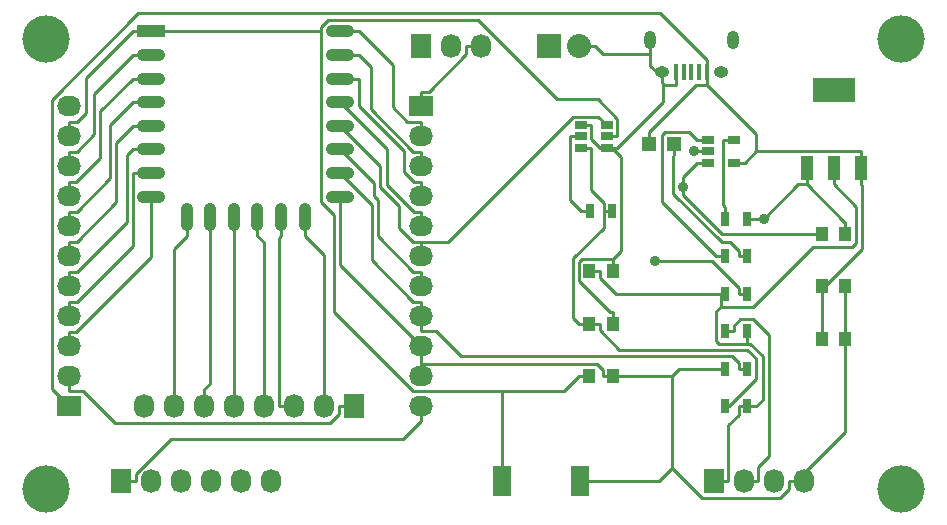
<source format=gbr>
G04 #@! TF.FileFunction,Copper,L1,Top,Signal*
%FSLAX46Y46*%
G04 Gerber Fmt 4.6, Leading zero omitted, Abs format (unit mm)*
G04 Created by KiCad (PCBNEW (2015-03-05 BZR 5481)-product) date Monday, 13 July 2015 02:26:57 pm*
%MOMM*%
G01*
G04 APERTURE LIST*
%ADD10C,0.100000*%
%ADD11R,2.032000X1.727200*%
%ADD12O,2.032000X1.727200*%
%ADD13R,1.727200X2.032000*%
%ADD14O,1.727200X2.032000*%
%ADD15R,1.060000X0.650000*%
%ADD16O,1.100000X2.400000*%
%ADD17R,2.400000X1.100000*%
%ADD18O,2.400000X1.100000*%
%ADD19R,3.657600X2.032000*%
%ADD20R,1.016000X2.032000*%
%ADD21R,0.400000X1.350000*%
%ADD22O,1.250000X0.950000*%
%ADD23O,1.000000X1.550000*%
%ADD24R,2.032000X2.032000*%
%ADD25O,2.032000X2.032000*%
%ADD26R,1.198880X1.198880*%
%ADD27C,4.000000*%
%ADD28R,1.000000X1.250000*%
%ADD29R,0.700000X1.300000*%
%ADD30R,1.524000X2.540000*%
%ADD31C,0.889000*%
%ADD32C,0.254000*%
G04 APERTURE END LIST*
D10*
D11*
X52705000Y-29210000D03*
D12*
X52705000Y-31750000D03*
X52705000Y-34290000D03*
X52705000Y-36830000D03*
X52705000Y-39370000D03*
X52705000Y-41910000D03*
X52705000Y-44450000D03*
X52705000Y-46990000D03*
X52705000Y-49530000D03*
X52705000Y-52070000D03*
X52705000Y-54610000D03*
D11*
X22860000Y-54610000D03*
D12*
X22860000Y-52070000D03*
X22860000Y-49530000D03*
X22860000Y-46990000D03*
X22860000Y-44450000D03*
X22860000Y-41910000D03*
X22860000Y-39370000D03*
X22860000Y-36830000D03*
X22860000Y-34290000D03*
X22860000Y-31750000D03*
X22860000Y-29210000D03*
D13*
X46990000Y-54610000D03*
D14*
X44450000Y-54610000D03*
X41910000Y-54610000D03*
X39370000Y-54610000D03*
X36830000Y-54610000D03*
X34290000Y-54610000D03*
X31750000Y-54610000D03*
X29210000Y-54610000D03*
D13*
X52705000Y-24130000D03*
D14*
X55245000Y-24130000D03*
X57785000Y-24130000D03*
D15*
X66210000Y-30800000D03*
X66210000Y-31750000D03*
X66210000Y-32700000D03*
X68410000Y-32700000D03*
X68410000Y-30800000D03*
X68410000Y-31750000D03*
D16*
X32835000Y-38610000D03*
X34835000Y-38610000D03*
X36835000Y-38610000D03*
X38835000Y-38610000D03*
X40835000Y-38610000D03*
X42835000Y-38610000D03*
D17*
X29845000Y-22860000D03*
D18*
X29845000Y-24860000D03*
X29845000Y-26860000D03*
X29845000Y-28860000D03*
X29845000Y-30860000D03*
X29845000Y-32860000D03*
X29845000Y-34860000D03*
X29845000Y-36860000D03*
X45845000Y-36860000D03*
X45845000Y-34860000D03*
X45845000Y-32860000D03*
X45845000Y-30860000D03*
X45845000Y-28860000D03*
X45845000Y-26860000D03*
X45845000Y-24860000D03*
X45845000Y-22860000D03*
D19*
X87630000Y-27813000D03*
D20*
X87630000Y-34417000D03*
X89916000Y-34417000D03*
X85344000Y-34417000D03*
D13*
X77470000Y-60960000D03*
D14*
X80010000Y-60960000D03*
X82550000Y-60960000D03*
X85090000Y-60960000D03*
D15*
X77005000Y-32070000D03*
X77005000Y-33020000D03*
X77005000Y-33970000D03*
X79205000Y-33970000D03*
X79205000Y-32070000D03*
D21*
X76865900Y-26327540D03*
X76215900Y-26327540D03*
X75565900Y-26327540D03*
X74915900Y-26327540D03*
X74265900Y-26327540D03*
D22*
X78065900Y-26327540D03*
X73065900Y-26327540D03*
D23*
X79065900Y-23627540D03*
X72065900Y-23627540D03*
D24*
X63500000Y-24130000D03*
D25*
X66040000Y-24130000D03*
D26*
X74074020Y-32385000D03*
X71975980Y-32385000D03*
D13*
X27305000Y-60960000D03*
D14*
X29845000Y-60960000D03*
X32385000Y-60960000D03*
X34925000Y-60960000D03*
X37465000Y-60960000D03*
X40005000Y-60960000D03*
D27*
X20955000Y-23495000D03*
X93345000Y-23495000D03*
X93345000Y-61595000D03*
X20955000Y-61595000D03*
D28*
X66945000Y-47625000D03*
X68945000Y-47625000D03*
X66945000Y-52070000D03*
X68945000Y-52070000D03*
X86630000Y-48895000D03*
X88630000Y-48895000D03*
X66945000Y-43180000D03*
X68945000Y-43180000D03*
X86630000Y-44450000D03*
X88630000Y-44450000D03*
X86630000Y-40005000D03*
X88630000Y-40005000D03*
D29*
X78425000Y-54610000D03*
X80325000Y-54610000D03*
X66995000Y-38100000D03*
X68895000Y-38100000D03*
X78425000Y-51435000D03*
X80325000Y-51435000D03*
X78425000Y-45085000D03*
X80325000Y-45085000D03*
X78425000Y-48260000D03*
X80325000Y-48260000D03*
X78425000Y-38735000D03*
X80325000Y-38735000D03*
X78425000Y-41910000D03*
X80325000Y-41910000D03*
D30*
X66165000Y-60960000D03*
X59565000Y-60960000D03*
D31*
X75775300Y-33020000D03*
X81727900Y-38735000D03*
X72500000Y-42326300D03*
X74893800Y-35996800D03*
D32*
X67121300Y-36326300D02*
X67121300Y-32700000D01*
X68163700Y-37368700D02*
X67121300Y-36326300D01*
X68163700Y-38100000D02*
X68163700Y-37368700D01*
X66210000Y-32700000D02*
X67121300Y-32700000D01*
X68895000Y-38100000D02*
X68163700Y-38100000D01*
X66945000Y-47625000D02*
X66063700Y-47625000D01*
X66945000Y-47625000D02*
X67826300Y-47625000D01*
X78761800Y-54610000D02*
X78425000Y-54610000D01*
X81056400Y-52315400D02*
X78761800Y-54610000D01*
X81056400Y-50550800D02*
X81056400Y-52315400D01*
X80305400Y-49799800D02*
X81056400Y-50550800D01*
X69450300Y-49799800D02*
X80305400Y-49799800D01*
X67826300Y-48175800D02*
X69450300Y-49799800D01*
X67826300Y-47625000D02*
X67826300Y-48175800D01*
X65555400Y-47116700D02*
X66063700Y-47625000D01*
X65555400Y-42081600D02*
X65555400Y-47116700D01*
X68163700Y-39473300D02*
X65555400Y-42081600D01*
X68163700Y-38100000D02*
X68163700Y-39473300D01*
X66165000Y-60960000D02*
X67308300Y-60960000D01*
X74265900Y-26327500D02*
X74265900Y-27383800D01*
X88630000Y-44450000D02*
X88630000Y-48895000D01*
X67865800Y-32700000D02*
X68410000Y-32700000D01*
X67121300Y-31955500D02*
X67865800Y-32700000D01*
X67121300Y-30800000D02*
X67121300Y-31955500D01*
X27305000Y-60960000D02*
X28549900Y-60960000D01*
X52705000Y-54610000D02*
X52705000Y-55854900D01*
X51162900Y-57397000D02*
X52705000Y-55854900D01*
X31490500Y-57397000D02*
X51162900Y-57397000D01*
X28549900Y-60337600D02*
X31490500Y-57397000D01*
X28549900Y-60960000D02*
X28549900Y-60337600D01*
X66210000Y-30800000D02*
X67121300Y-30800000D01*
X45845000Y-42670000D02*
X52705000Y-49530000D01*
X45845000Y-36860000D02*
X45845000Y-42670000D01*
X68945000Y-52070000D02*
X69826300Y-52070000D01*
X68091100Y-24783800D02*
X72065900Y-24783800D01*
X67437300Y-24130000D02*
X68091100Y-24783800D01*
X72065900Y-23627500D02*
X72065900Y-24783800D01*
X66040000Y-24130000D02*
X67437300Y-24130000D01*
X52705000Y-52070000D02*
X52705000Y-51447500D01*
X68063700Y-51519200D02*
X68063700Y-52070000D01*
X67608100Y-51063600D02*
X68063700Y-51519200D01*
X52705000Y-51063600D02*
X67608100Y-51063600D01*
X52705000Y-51447500D02*
X52705000Y-51063600D01*
X52705000Y-51063600D02*
X52705000Y-49530000D01*
X77005000Y-33020000D02*
X76093700Y-33020000D01*
X76093700Y-33020000D02*
X75775300Y-33020000D01*
X81727900Y-38735000D02*
X80325000Y-38735000D01*
X84648600Y-35814300D02*
X85344000Y-35814300D01*
X81727900Y-38735000D02*
X84648600Y-35814300D01*
X85344000Y-34417000D02*
X85344000Y-35814300D01*
X88528400Y-38998700D02*
X85344000Y-35814300D01*
X88630000Y-38998700D02*
X88528400Y-38998700D01*
X88630000Y-40005000D02*
X88630000Y-38998700D01*
X53327400Y-27965100D02*
X52705000Y-27965100D01*
X56540100Y-24752400D02*
X53327400Y-27965100D01*
X56540100Y-24130000D02*
X56540100Y-24752400D01*
X57785000Y-24130000D02*
X56540100Y-24130000D01*
X52705000Y-29210000D02*
X52705000Y-27965100D01*
X68945000Y-52070000D02*
X68063700Y-52070000D01*
X73925700Y-52070000D02*
X69826300Y-52070000D01*
X74560700Y-51435000D02*
X73925700Y-52070000D01*
X78425000Y-51435000D02*
X74560700Y-51435000D01*
X73065900Y-26327500D02*
X73065900Y-26755600D01*
X73065900Y-26755600D02*
X73065900Y-27183800D01*
X72065900Y-25755600D02*
X72065900Y-24783800D01*
X73065900Y-26755600D02*
X72065900Y-25755600D01*
X73165900Y-27383800D02*
X74265900Y-27383800D01*
X73165900Y-27283800D02*
X73165900Y-27383800D01*
X73065900Y-27183800D02*
X73165900Y-27283800D01*
X73165900Y-28855400D02*
X69321300Y-32700000D01*
X73165900Y-27383800D02*
X73165900Y-28855400D01*
X72801000Y-60960000D02*
X67308300Y-60960000D01*
X73925700Y-59835300D02*
X72801000Y-60960000D01*
X73925700Y-52070000D02*
X73925700Y-59835300D01*
X83845100Y-61582400D02*
X83845100Y-60960000D01*
X83053600Y-62373900D02*
X83845100Y-61582400D01*
X76464300Y-62373900D02*
X83053600Y-62373900D01*
X73925700Y-59835300D02*
X76464300Y-62373900D01*
X85090000Y-60960000D02*
X84467600Y-60960000D01*
X84467600Y-60960000D02*
X83845100Y-60960000D01*
X88630000Y-56797600D02*
X88630000Y-48895000D01*
X84467600Y-60960000D02*
X88630000Y-56797600D01*
X68410000Y-32700000D02*
X68869600Y-32700000D01*
X68869600Y-32700000D02*
X69321300Y-32700000D01*
X68945000Y-43180000D02*
X68945000Y-42173700D01*
X68945000Y-47625000D02*
X68945000Y-46618700D01*
X69626400Y-41492300D02*
X68945000Y-42173700D01*
X69626400Y-33456800D02*
X69626400Y-41492300D01*
X68869600Y-32700000D02*
X69626400Y-33456800D01*
X68719600Y-46618700D02*
X68945000Y-46618700D01*
X66063700Y-43962800D02*
X68719600Y-46618700D01*
X66063700Y-42390900D02*
X66063700Y-43962800D01*
X66280900Y-42173700D02*
X66063700Y-42390900D01*
X68945000Y-42173700D02*
X66280900Y-42173700D01*
X68410000Y-31750000D02*
X69321300Y-31750000D01*
X23528200Y-30505100D02*
X22860000Y-30505100D01*
X24302800Y-29730500D02*
X23528200Y-30505100D01*
X24302800Y-26820900D02*
X24302800Y-29730500D01*
X28263700Y-22860000D02*
X24302800Y-26820900D01*
X29845000Y-22860000D02*
X28263700Y-22860000D01*
X22860000Y-31750000D02*
X22860000Y-30505100D01*
X29845000Y-22860000D02*
X31426300Y-22860000D01*
X59565000Y-60960000D02*
X59565000Y-59308700D01*
X66945000Y-52070000D02*
X66063700Y-52070000D01*
X31426300Y-22860000D02*
X44260000Y-22860000D01*
X69321300Y-30263000D02*
X69321300Y-31750000D01*
X67654200Y-28595900D02*
X69321300Y-30263000D01*
X64212500Y-28595900D02*
X67654200Y-28595900D01*
X57511900Y-21895300D02*
X64212500Y-28595900D01*
X44842100Y-21895300D02*
X57511900Y-21895300D01*
X44260000Y-22477400D02*
X44842100Y-21895300D01*
X44260000Y-22860000D02*
X44260000Y-22477400D01*
X59565000Y-59308700D02*
X59565000Y-53340000D01*
X64793700Y-53340000D02*
X59565000Y-53340000D01*
X66063700Y-52070000D02*
X64793700Y-53340000D01*
X44260000Y-37307900D02*
X44260000Y-22860000D01*
X45327300Y-38375200D02*
X44260000Y-37307900D01*
X45327300Y-46624900D02*
X45327300Y-38375200D01*
X52042400Y-53340000D02*
X45327300Y-46624900D01*
X59565000Y-53340000D02*
X52042400Y-53340000D01*
X76865900Y-26327500D02*
X76865900Y-25271200D01*
X21415800Y-53165800D02*
X22860000Y-54610000D01*
X21415800Y-28665000D02*
X21415800Y-53165800D01*
X28739300Y-21341500D02*
X21415800Y-28665000D01*
X72936200Y-21341500D02*
X28739300Y-21341500D01*
X76865900Y-25271200D02*
X72936200Y-21341500D01*
X89916000Y-34417000D02*
X89916000Y-33019700D01*
X79205000Y-33970000D02*
X80116300Y-33970000D01*
X89916000Y-34417000D02*
X89916000Y-35814300D01*
X90026800Y-35925100D02*
X89916000Y-35814300D01*
X90026800Y-41309200D02*
X90026800Y-35925100D01*
X86630000Y-44706000D02*
X90026800Y-41309200D01*
X86630000Y-45132500D02*
X86630000Y-44706000D01*
X86630000Y-44450000D02*
X86630000Y-45132500D01*
X86630000Y-45132500D02*
X86630000Y-48895000D01*
X76865900Y-26327500D02*
X76865900Y-27383800D01*
X75996500Y-27383800D02*
X76865900Y-27383800D01*
X71976000Y-31404300D02*
X75996500Y-27383800D01*
X71976000Y-32385000D02*
X71976000Y-31404300D01*
X81066600Y-31584500D02*
X76865900Y-27383800D01*
X81066600Y-33019700D02*
X81066600Y-31584500D01*
X89916000Y-33019700D02*
X81066600Y-33019700D01*
X81066600Y-33019700D02*
X80116300Y-33970000D01*
X22860000Y-52070000D02*
X22860000Y-53314900D01*
X46990000Y-54610000D02*
X45745100Y-54610000D01*
X24104900Y-53314900D02*
X22860000Y-53314900D01*
X26799200Y-56009200D02*
X24104900Y-53314900D01*
X44968300Y-56009200D02*
X26799200Y-56009200D01*
X45745100Y-55232400D02*
X44968300Y-56009200D01*
X45745100Y-54610000D02*
X45745100Y-55232400D01*
X79593700Y-55341300D02*
X79593700Y-54610000D01*
X78714900Y-56220100D02*
X79593700Y-55341300D01*
X78714900Y-60960000D02*
X78714900Y-56220100D01*
X77470000Y-60960000D02*
X78714900Y-60960000D01*
X80325000Y-54610000D02*
X79593700Y-54610000D01*
X22860000Y-49530000D02*
X22860000Y-48285100D01*
X23482400Y-48285100D02*
X22860000Y-48285100D01*
X29845000Y-41922500D02*
X23482400Y-48285100D01*
X29845000Y-36860000D02*
X29845000Y-41922500D01*
X80325000Y-54610000D02*
X81056300Y-54610000D01*
X78425000Y-45085000D02*
X78059400Y-45085000D01*
X67826300Y-43730800D02*
X67826300Y-43180000D01*
X69180500Y-45085000D02*
X67826300Y-43730800D01*
X78059400Y-45085000D02*
X69180500Y-45085000D01*
X80325000Y-48260000D02*
X80325000Y-49291300D01*
X66945000Y-43180000D02*
X67826300Y-43180000D01*
X80539300Y-49291300D02*
X80325000Y-49291300D01*
X81618500Y-50370500D02*
X80539300Y-49291300D01*
X81618500Y-54047800D02*
X81618500Y-50370500D01*
X81056300Y-54610000D02*
X81618500Y-54047800D01*
X87630000Y-34417000D02*
X87630000Y-35814300D01*
X89511400Y-37695700D02*
X87630000Y-35814300D01*
X89511400Y-40790500D02*
X89511400Y-37695700D01*
X89196300Y-41105600D02*
X89511400Y-40790500D01*
X85861300Y-41105600D02*
X89196300Y-41105600D01*
X80799700Y-46167200D02*
X85861300Y-41105600D01*
X78059400Y-46167200D02*
X80799700Y-46167200D01*
X77693600Y-46533000D02*
X78059400Y-46167200D01*
X77693600Y-49072400D02*
X77693600Y-46533000D01*
X77912500Y-49291300D02*
X77693600Y-49072400D01*
X80325000Y-49291300D02*
X77912500Y-49291300D01*
X78059400Y-46167200D02*
X78059400Y-45085000D01*
X74014900Y-33424800D02*
X74074000Y-33365700D01*
X74014900Y-36595600D02*
X74014900Y-33424800D01*
X78149300Y-40730000D02*
X74014900Y-36595600D01*
X78870800Y-40730000D02*
X78149300Y-40730000D01*
X79593700Y-41452900D02*
X78870800Y-40730000D01*
X79593700Y-41910000D02*
X79593700Y-41452900D01*
X80325000Y-41910000D02*
X79593700Y-41910000D01*
X74074000Y-32385000D02*
X74074000Y-33365700D01*
X48419100Y-25852800D02*
X47426300Y-24860000D01*
X48419100Y-29457400D02*
X48419100Y-25852800D01*
X52006800Y-33045100D02*
X48419100Y-29457400D01*
X52705000Y-33045100D02*
X52006800Y-33045100D01*
X52705000Y-34290000D02*
X52705000Y-33045100D01*
X45845000Y-24860000D02*
X47426300Y-24860000D01*
X50316900Y-25750600D02*
X47426300Y-22860000D01*
X50316900Y-29284100D02*
X50316900Y-25750600D01*
X51537900Y-30505100D02*
X50316900Y-29284100D01*
X52705000Y-30505100D02*
X51537900Y-30505100D01*
X52705000Y-31750000D02*
X52705000Y-30505100D01*
X45845000Y-22860000D02*
X47426300Y-22860000D01*
X52087000Y-35585100D02*
X52705000Y-35585100D01*
X51228700Y-34726800D02*
X52087000Y-35585100D01*
X51228700Y-32986000D02*
X51228700Y-34726800D01*
X47426300Y-29183600D02*
X51228700Y-32986000D01*
X47426300Y-26860000D02*
X47426300Y-29183600D01*
X52705000Y-36830000D02*
X52705000Y-35585100D01*
X45845000Y-26860000D02*
X47426300Y-26860000D01*
X49827000Y-32842000D02*
X45845000Y-28860000D01*
X49827000Y-35869500D02*
X49827000Y-32842000D01*
X52082600Y-38125100D02*
X49827000Y-35869500D01*
X52705000Y-38125100D02*
X52082600Y-38125100D01*
X52705000Y-39370000D02*
X52705000Y-38125100D01*
X81254900Y-59715100D02*
X81254900Y-60960000D01*
X82142400Y-58827600D02*
X81254900Y-59715100D01*
X82142400Y-48529900D02*
X82142400Y-58827600D01*
X80838600Y-47226100D02*
X82142400Y-48529900D01*
X79733100Y-47226100D02*
X80838600Y-47226100D01*
X79156300Y-47802900D02*
X79733100Y-47226100D01*
X79156300Y-48260000D02*
X79156300Y-47802900D01*
X78425000Y-48260000D02*
X79156300Y-48260000D01*
X80010000Y-60960000D02*
X81254900Y-60960000D01*
X52036800Y-40665100D02*
X52705000Y-40665100D01*
X50847100Y-39475400D02*
X52036800Y-40665100D01*
X50847100Y-37677700D02*
X50847100Y-39475400D01*
X49218500Y-36049100D02*
X50847100Y-37677700D01*
X49218500Y-34233500D02*
X49218500Y-36049100D01*
X45845000Y-30860000D02*
X49218500Y-34233500D01*
X52705000Y-41910000D02*
X52705000Y-40665100D01*
X54947200Y-40665100D02*
X52705000Y-40665100D01*
X65518700Y-30093600D02*
X54947200Y-40665100D01*
X67703600Y-30093600D02*
X65518700Y-30093600D01*
X68410000Y-30800000D02*
X67703600Y-30093600D01*
X52705000Y-44450000D02*
X52705000Y-43205100D01*
X52036800Y-43205100D02*
X52705000Y-43205100D01*
X49038900Y-40207200D02*
X52036800Y-43205100D01*
X49038900Y-37166200D02*
X49038900Y-40207200D01*
X48710100Y-36837400D02*
X49038900Y-37166200D01*
X48710100Y-35725100D02*
X48710100Y-36837400D01*
X45845000Y-32860000D02*
X48710100Y-35725100D01*
X52705000Y-46990000D02*
X52705000Y-45745100D01*
X52036800Y-45745100D02*
X52705000Y-45745100D01*
X48510800Y-42219100D02*
X52036800Y-45745100D01*
X48510800Y-37525800D02*
X48510800Y-42219100D01*
X45845000Y-34860000D02*
X48510800Y-37525800D01*
X53949900Y-48234900D02*
X52705000Y-48234900D01*
X56085000Y-50370000D02*
X53949900Y-48234900D01*
X78985800Y-50370000D02*
X56085000Y-50370000D01*
X79593700Y-50977900D02*
X78985800Y-50370000D01*
X79593700Y-51435000D02*
X79593700Y-50977900D01*
X80325000Y-51435000D02*
X79593700Y-51435000D01*
X52705000Y-46990000D02*
X52705000Y-48234900D01*
X23528200Y-45745100D02*
X22860000Y-45745100D01*
X28263700Y-41009600D02*
X23528200Y-45745100D01*
X28263700Y-34860000D02*
X28263700Y-41009600D01*
X22860000Y-46990000D02*
X22860000Y-45745100D01*
X29845000Y-34860000D02*
X28263700Y-34860000D01*
X29845000Y-32860000D02*
X28263700Y-32860000D01*
X22860000Y-44450000D02*
X22860000Y-43205100D01*
X27755400Y-33368300D02*
X28263700Y-32860000D01*
X27755400Y-38977900D02*
X27755400Y-33368300D01*
X23528200Y-43205100D02*
X27755400Y-38977900D01*
X22860000Y-43205100D02*
X23528200Y-43205100D01*
X23528200Y-40665100D02*
X22860000Y-40665100D01*
X26844400Y-37348900D02*
X23528200Y-40665100D01*
X26844400Y-32279300D02*
X26844400Y-37348900D01*
X28263700Y-30860000D02*
X26844400Y-32279300D01*
X29845000Y-30860000D02*
X28263700Y-30860000D01*
X22860000Y-41910000D02*
X22860000Y-40665100D01*
X29845000Y-28860000D02*
X28263700Y-28860000D01*
X22860000Y-39370000D02*
X22860000Y-38125100D01*
X26336100Y-30787600D02*
X28263700Y-28860000D01*
X26336100Y-35317200D02*
X26336100Y-30787600D01*
X23528200Y-38125100D02*
X26336100Y-35317200D01*
X22860000Y-38125100D02*
X23528200Y-38125100D01*
X22860000Y-36830000D02*
X22860000Y-35585100D01*
X29845000Y-26860000D02*
X28263700Y-26860000D01*
X77292100Y-42326300D02*
X72500000Y-42326300D01*
X79593700Y-44627900D02*
X77292100Y-42326300D01*
X79593700Y-45085000D02*
X79593700Y-44627900D01*
X80325000Y-45085000D02*
X79593700Y-45085000D01*
X25499100Y-29624600D02*
X28263700Y-26860000D01*
X25499100Y-33568400D02*
X25499100Y-29624600D01*
X23482400Y-35585100D02*
X25499100Y-33568400D01*
X22860000Y-35585100D02*
X23482400Y-35585100D01*
X23528200Y-33045100D02*
X22860000Y-33045100D01*
X24990700Y-31582600D02*
X23528200Y-33045100D01*
X24990700Y-28133000D02*
X24990700Y-31582600D01*
X28263700Y-24860000D02*
X24990700Y-28133000D01*
X29845000Y-24860000D02*
X28263700Y-24860000D01*
X22860000Y-34290000D02*
X22860000Y-33045100D01*
X44450000Y-41806300D02*
X44450000Y-54610000D01*
X42835000Y-40191300D02*
X44450000Y-41806300D01*
X42835000Y-38610000D02*
X42835000Y-40191300D01*
X40665100Y-40361200D02*
X40665100Y-54610000D01*
X40835000Y-40191300D02*
X40665100Y-40361200D01*
X41910000Y-54610000D02*
X40665100Y-54610000D01*
X40835000Y-38610000D02*
X40835000Y-40191300D01*
X39370000Y-40726300D02*
X39370000Y-54610000D01*
X38835000Y-40191300D02*
X39370000Y-40726300D01*
X38835000Y-38610000D02*
X38835000Y-40191300D01*
X36830000Y-40196300D02*
X36830000Y-54610000D01*
X36835000Y-40191300D02*
X36830000Y-40196300D01*
X36835000Y-38610000D02*
X36835000Y-40191300D01*
X34835000Y-52667700D02*
X34290000Y-53212700D01*
X34835000Y-38610000D02*
X34835000Y-52667700D01*
X34290000Y-54610000D02*
X34290000Y-53212700D01*
X31750000Y-41276300D02*
X31750000Y-54610000D01*
X32835000Y-40191300D02*
X31750000Y-41276300D01*
X32835000Y-38610000D02*
X32835000Y-40191300D01*
X65298700Y-37135000D02*
X65298700Y-31750000D01*
X66263700Y-38100000D02*
X65298700Y-37135000D01*
X66995000Y-38100000D02*
X66263700Y-38100000D01*
X66210000Y-31750000D02*
X65298700Y-31750000D01*
X78293700Y-37572400D02*
X78293700Y-32070000D01*
X78425000Y-37703700D02*
X78293700Y-37572400D01*
X78425000Y-38735000D02*
X78425000Y-37703700D01*
X79205000Y-32070000D02*
X78293700Y-32070000D01*
X75398800Y-31375100D02*
X76093700Y-32070000D01*
X73344400Y-31375100D02*
X75398800Y-31375100D01*
X73093200Y-31626300D02*
X73344400Y-31375100D01*
X73093200Y-37309500D02*
X73093200Y-31626300D01*
X77693700Y-41910000D02*
X73093200Y-37309500D01*
X78425000Y-41910000D02*
X77693700Y-41910000D01*
X77005000Y-32070000D02*
X76093700Y-32070000D01*
X77005000Y-33970000D02*
X76093700Y-33970000D01*
X74893800Y-35169900D02*
X76093700Y-33970000D01*
X74893800Y-35996800D02*
X74893800Y-35169900D01*
X74893800Y-36750400D02*
X74893800Y-35996800D01*
X78148400Y-40005000D02*
X74893800Y-36750400D01*
X86630000Y-40005000D02*
X78148400Y-40005000D01*
M02*

</source>
